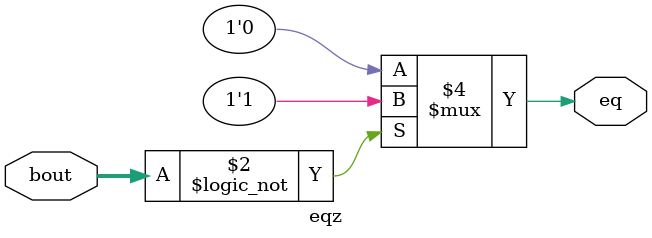
<source format=v>
`timescale 1ns / 1ps


module eqz(eq,bout );
input [31:0] bout;
output reg eq;
always @(*)
begin
if(bout ==32'd0)
   eq=1'b1;
else 
   eq=1'b0;
end
endmodule

</source>
